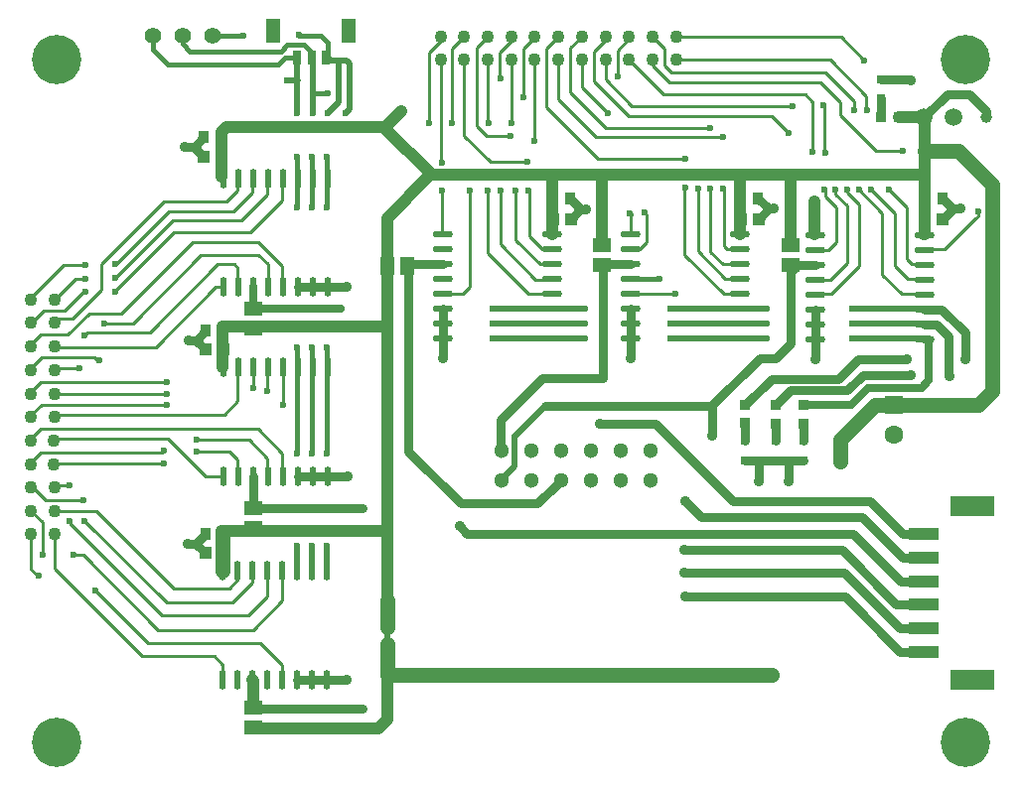
<source format=gtl>
G04*
G04 #@! TF.GenerationSoftware,Altium Limited,Altium Designer,18.1.11 (251)*
G04*
G04 Layer_Physical_Order=1*
G04 Layer_Color=255*
%FSLAX25Y25*%
%MOIN*%
G70*
G01*
G75*
%ADD10C,0.01000*%
%ADD14C,0.01500*%
%ADD16R,0.02362X0.02362*%
%ADD17C,0.03937*%
%ADD18R,0.03740X0.04134*%
%ADD19R,0.03150X0.04724*%
%ADD20R,0.05118X0.08465*%
%ADD21R,0.06102X0.04724*%
%ADD22R,0.04724X0.06102*%
%ADD23R,0.03150X0.03150*%
%ADD24O,0.02165X0.06693*%
%ADD25O,0.06693X0.02165*%
%ADD26R,0.14961X0.07087*%
%ADD27R,0.09843X0.03937*%
%ADD28R,0.04134X0.03937*%
%ADD29R,0.03543X0.03347*%
%ADD30R,0.03347X0.03543*%
%ADD31R,0.02100X0.01600*%
%ADD54C,0.02500*%
%ADD55C,0.02953*%
%ADD56C,0.01575*%
%ADD57C,0.01968*%
%ADD58C,0.03937*%
%ADD59C,0.04921*%
%ADD60C,0.02000*%
%ADD61C,0.02559*%
%ADD62C,0.16535*%
%ADD63C,0.05512*%
%ADD64C,0.05118*%
%ADD65C,0.04331*%
%ADD66C,0.05906*%
%ADD67C,0.06299*%
%ADD68R,0.06299X0.06299*%
%ADD69C,0.03543*%
%ADD70C,0.02362*%
D10*
X276057Y327082D02*
X295257Y346282D01*
X385657Y341582D02*
Y355282D01*
X510750Y321582D02*
X516357D01*
X448457Y407282D02*
Y408082D01*
X444657Y403482D02*
X448457Y407282D01*
X514257Y354482D02*
Y356582D01*
Y354482D02*
X518057Y350682D01*
X467157Y334682D02*
Y357282D01*
X480257Y321582D02*
X485764D01*
X420768Y404093D02*
X424757Y408082D01*
X275657Y322382D02*
X295757Y342482D01*
X332157Y353182D02*
Y360589D01*
X255657Y304682D02*
X256500Y303839D01*
X389098Y404024D02*
X393157Y408082D01*
X389098Y379124D02*
Y404024D01*
X389057Y379082D02*
X389098Y379124D01*
X269089Y300295D02*
X269876Y299508D01*
X251370Y300295D02*
X269089D01*
X247857Y296782D02*
X251370Y300295D01*
X255657Y288882D02*
X256457Y288082D01*
X322157Y296989D02*
X322257Y296889D01*
X251101Y292126D02*
X293216D01*
X247857Y288882D02*
X251101Y292126D01*
X507656Y388583D02*
X510157Y386082D01*
X460156Y388583D02*
X507656D01*
X448457Y400282D02*
X460156Y388583D01*
X401057Y379082D02*
Y400282D01*
Y379082D02*
X401357Y378782D01*
X405357Y338282D02*
Y356482D01*
X393157Y374852D02*
Y400295D01*
X397357Y404382D02*
X401057Y408082D01*
X410457Y339882D02*
Y356482D01*
X332157Y218582D02*
Y228689D01*
X322157Y224617D02*
Y228689D01*
X252678Y252461D02*
X265335D01*
X247857Y257282D02*
X252678Y252461D01*
X315521Y217982D02*
X322157Y224617D01*
X293357Y217982D02*
X315521D01*
X255657Y249382D02*
X256417Y248622D01*
X317047Y225636D02*
Y228642D01*
X314193Y222782D02*
X317047Y225636D01*
X295657Y222782D02*
X314193D01*
X448357Y381382D02*
X496457D01*
X436757Y392982D02*
X448357Y381382D01*
X496457D02*
X501957Y375882D01*
X401927Y366082D02*
X414457D01*
X393157Y374852D02*
X401927Y366082D01*
X327157Y220082D02*
Y228689D01*
X260557Y245482D02*
X260657Y245382D01*
X317157Y285582D02*
Y296989D01*
X332157Y192075D02*
Y196982D01*
X327157Y288982D02*
Y296989D01*
X247857Y248782D02*
Y249382D01*
X262157Y234082D02*
X265257D01*
X255657Y257282D02*
X260757D01*
X260657Y244682D02*
Y245382D01*
X312557Y280982D02*
X317157Y285582D01*
X255657Y280982D02*
X312557D01*
X332257Y284382D02*
Y296889D01*
X265757Y307882D02*
X266757Y308882D01*
X287557D01*
X310257Y331582D01*
X316057D01*
X317157Y330482D01*
Y323975D02*
Y330482D01*
X547364Y336582D02*
X554357D01*
X564757Y346982D01*
X464257Y408082D02*
X519557D01*
X527457Y400182D01*
X535757Y356582D02*
X541757Y350582D01*
Y333382D02*
Y350582D01*
Y333382D02*
X543357Y331782D01*
X547164D01*
X547364Y331582D01*
X456357Y408082D02*
X460357Y404082D01*
Y398482D02*
Y404082D01*
Y398482D02*
X462857Y395982D01*
X464257Y400282D02*
X515957D01*
X537657Y331082D02*
X542157Y326582D01*
X547364D01*
X456357Y398282D02*
Y400282D01*
X510157Y369282D02*
Y386082D01*
X440557Y406982D02*
Y408082D01*
X436757Y403182D02*
X440557Y406982D01*
X444657Y394882D02*
Y403482D01*
X440557Y393682D02*
Y400282D01*
X517757Y355182D02*
Y355982D01*
Y355182D02*
X521557Y351382D01*
X513557Y385082D02*
X514157Y384482D01*
Y369582D02*
Y384482D01*
Y369582D02*
X514257Y369482D01*
Y369082D02*
Y369482D01*
X510950Y336382D02*
X515357D01*
X518057Y339082D01*
Y350682D01*
X428857Y404282D02*
X432657Y408082D01*
X480157Y357082D02*
X480257Y356982D01*
Y337782D02*
Y356982D01*
Y337782D02*
X481357Y336682D01*
X485664D01*
X485764Y336582D01*
X436757Y392982D02*
Y403182D01*
X475857Y335682D02*
Y357182D01*
Y335682D02*
X479957Y331582D01*
X485764D01*
X432657Y391182D02*
Y400282D01*
Y391182D02*
X441357Y382482D01*
X428857Y389282D02*
Y404282D01*
Y389282D02*
X440857Y377282D01*
X475657D01*
X485564Y326782D02*
X485764Y326582D01*
X471557Y336082D02*
Y357082D01*
Y336082D02*
X480857Y326782D01*
X485564D01*
X449150Y341582D02*
Y348389D01*
Y336582D02*
X451957D01*
X454357Y338982D01*
Y348382D01*
X453657Y349082D02*
X454357Y348382D01*
X408957Y406682D02*
Y408182D01*
X405157Y402882D02*
X408957Y406682D01*
X416857Y407882D02*
Y408182D01*
X412957Y403982D02*
X416857Y407882D01*
X412957Y387682D02*
Y403982D01*
X416857Y372982D02*
Y400382D01*
X414757Y356182D02*
X415057Y355882D01*
Y340982D02*
Y355882D01*
Y340982D02*
X419457Y336582D01*
X422664D01*
X410457Y339882D02*
X418757Y331582D01*
X422664D01*
X405357Y338282D02*
X417157Y326482D01*
X422564D01*
X414757Y321582D02*
X422664D01*
X385457Y365982D02*
Y400282D01*
Y365982D02*
X385757Y365682D01*
X385457Y406882D02*
Y408082D01*
X395057Y323982D02*
Y356282D01*
X392657Y321582D02*
X395057Y323982D01*
X386050Y321582D02*
X392657D01*
X332157Y323975D02*
Y330982D01*
X324057Y339082D02*
X332157Y330982D01*
X301957Y339082D02*
X324057D01*
X278057Y315182D02*
X301957Y339082D01*
X313457Y352682D02*
X317157Y356382D01*
Y360589D01*
X247857Y312582D02*
X248557D01*
X265257Y322482D02*
X265757D01*
X295757Y342482D02*
X321457D01*
X332157Y353182D01*
X255657Y320482D02*
X256257D01*
X262557Y326782D01*
X265957D01*
X295257Y346282D02*
X318357D01*
X327157Y355082D01*
Y360589D01*
X247857Y320482D02*
X258657Y331282D01*
X276357Y331782D02*
X294057Y349482D01*
X315857D01*
X322157Y355782D01*
Y360589D01*
X322257Y290182D02*
Y296889D01*
X256457Y288082D02*
X293457D01*
X323806Y248795D02*
X323906Y248695D01*
X381357Y402782D02*
X385457Y406882D01*
X381357Y379082D02*
Y402782D01*
X309750Y323975D02*
X312157D01*
X525557Y356582D02*
X533457Y348682D01*
Y328082D02*
Y348682D01*
Y328082D02*
X539957Y321582D01*
X547364D01*
X516357D02*
X525757Y330982D01*
X510950Y326382D02*
X515957D01*
X521557Y331982D01*
Y351382D01*
X440557Y393682D02*
X449357Y384882D01*
X503457D01*
X438157Y366982D02*
X467357Y367182D01*
X424757Y386982D02*
Y400282D01*
Y386982D02*
X437457Y374282D01*
X480057D01*
X405157Y394082D02*
Y402882D01*
X408957Y380282D02*
Y400382D01*
X397357Y377982D02*
Y404382D01*
Y377982D02*
X400557Y374782D01*
X408757D01*
X408957Y379082D02*
Y380282D01*
X400957Y335382D02*
X414757Y321582D01*
X400957Y335382D02*
Y356282D01*
X467157Y334682D02*
X480257Y321582D01*
X537657Y331082D02*
Y348782D01*
X521657Y355882D02*
X525757Y351782D01*
Y330982D02*
Y351782D01*
X258657Y331282D02*
X265957D01*
X266157D01*
X265257Y234082D02*
X290457Y208882D01*
X322457D01*
X332157Y218582D01*
X260657Y244682D02*
X291657Y213682D01*
X320757D01*
X327157Y220082D01*
X265857Y245482D02*
X293357Y217982D01*
X247857Y248782D02*
X251657Y244982D01*
Y234182D02*
Y244982D01*
X255657Y229382D02*
Y241682D01*
X267257Y315182D02*
X278057D01*
X255657Y312582D02*
X256557Y313482D01*
X261757D01*
X271357Y323082D01*
Y331682D01*
X292357Y352682D01*
X313457D01*
X303357Y268782D02*
X314357D01*
X303357Y272682D02*
X320957D01*
X327157Y266482D01*
X255557Y265182D02*
X255857Y264882D01*
X291857D01*
X314357Y268782D02*
X317157Y265982D01*
Y260375D02*
Y265982D01*
X287157Y204282D02*
X324857D01*
X332157Y196982D01*
X269207Y222232D02*
X287157Y204282D01*
X255657Y229382D02*
X285057Y199982D01*
X309357D01*
X312157Y197182D01*
Y192075D02*
Y197182D01*
X247857Y229182D02*
Y241682D01*
Y229182D02*
X250057Y226982D01*
X250357D01*
X456357Y398282D02*
X461957Y392682D01*
X510657D01*
X512757D01*
X519257Y386182D01*
Y381882D02*
Y386182D01*
Y381882D02*
X531457Y369682D01*
X540457D01*
X255657Y296782D02*
X255857Y296582D01*
X264057D01*
X312064Y260282D02*
X312157Y260375D01*
X265256Y252264D02*
Y252381D01*
X265335Y252461D01*
X256417Y248622D02*
X269816D01*
X295657Y222782D01*
X247757Y273082D02*
X250954Y276279D01*
X323859D01*
X332157Y267982D01*
Y260375D02*
Y267982D01*
X247757Y265182D02*
X251079Y268504D01*
X291679D01*
X292357Y269182D01*
X327157Y260375D02*
Y266482D01*
X247857Y280982D02*
X251257Y284382D01*
X293457D01*
X332157Y296989D02*
X332257Y296889D01*
X248557Y312582D02*
X252116Y316142D01*
X258916D01*
X265257Y322482D01*
X247857Y304682D02*
X251147Y307972D01*
X260047D01*
X267257Y315182D01*
X256500Y303839D02*
X289613D01*
X309750Y323975D01*
X269876Y299508D02*
X270669D01*
X272244Y311910D02*
X281988D01*
X304823Y334744D01*
X324114D01*
X327205Y331653D01*
Y323917D02*
Y331653D01*
X306457Y260282D02*
X312064D01*
X255557Y273082D02*
X293657D01*
X306457Y260282D01*
X420768Y384371D02*
X438157Y366982D01*
X420768Y384371D02*
Y404093D01*
X449050Y321682D02*
X463957D01*
X528051Y384450D02*
Y388187D01*
X515957Y400282D02*
X528051Y388187D01*
X529757Y356682D02*
X537657Y348782D01*
X462857Y395982D02*
X514451D01*
X524114Y386319D01*
Y383465D02*
Y386319D01*
X564757Y346982D02*
X565551Y347776D01*
Y349311D01*
D14*
X358910Y182428D02*
X358957Y182382D01*
D16*
X367421Y205061D02*
D03*
Y208661D02*
D03*
D17*
X372047Y383169D02*
D03*
X568504Y381201D02*
D03*
D18*
X311909Y240945D02*
D03*
X306201D02*
D03*
X423130Y353740D02*
D03*
X428839D02*
D03*
X312008Y309252D02*
D03*
X306299D02*
D03*
X486024Y353740D02*
D03*
X491732D02*
D03*
X311516Y374409D02*
D03*
X305807D02*
D03*
X547933Y353740D02*
D03*
X553642D02*
D03*
D19*
X346831Y401039D02*
D03*
X341931D02*
D03*
X337031D02*
D03*
D20*
X354331Y410039D02*
D03*
X329131D02*
D03*
D21*
X322244Y176181D02*
D03*
Y182874D02*
D03*
X322342Y243209D02*
D03*
Y249902D02*
D03*
X439468Y337992D02*
D03*
Y331299D02*
D03*
X322342Y309941D02*
D03*
Y316634D02*
D03*
X502559Y338090D02*
D03*
Y331398D02*
D03*
D22*
X367323Y331004D02*
D03*
X374016D02*
D03*
D23*
X507087Y272248D02*
D03*
Y265748D02*
D03*
X497539Y272248D02*
D03*
Y265748D02*
D03*
X487500Y272248D02*
D03*
Y265748D02*
D03*
X532874Y387299D02*
D03*
Y393799D02*
D03*
D24*
X312047Y192028D02*
D03*
X317047D02*
D03*
X322047D02*
D03*
X327047D02*
D03*
X332047D02*
D03*
X337047D02*
D03*
X342047D02*
D03*
X347047D02*
D03*
X312047Y228642D02*
D03*
X317047D02*
D03*
X322047D02*
D03*
X327047D02*
D03*
X332047D02*
D03*
X337047D02*
D03*
X342047D02*
D03*
X347047D02*
D03*
X312323Y260433D02*
D03*
X317323D02*
D03*
X322323D02*
D03*
X327323D02*
D03*
X332323D02*
D03*
X337323D02*
D03*
X342323D02*
D03*
X347323D02*
D03*
X312323Y297047D02*
D03*
X317323D02*
D03*
X322323D02*
D03*
X327323D02*
D03*
X332323D02*
D03*
X337323D02*
D03*
X342323D02*
D03*
X347323D02*
D03*
X312205Y323917D02*
D03*
X317205D02*
D03*
X322205D02*
D03*
X327205D02*
D03*
X332205D02*
D03*
X337205D02*
D03*
X342205D02*
D03*
X347205D02*
D03*
X312205Y360531D02*
D03*
X317205D02*
D03*
X322205D02*
D03*
X327205D02*
D03*
X332205D02*
D03*
X337205D02*
D03*
X342205D02*
D03*
X347205D02*
D03*
D25*
X386050Y341582D02*
D03*
Y336582D02*
D03*
Y331582D02*
D03*
Y326582D02*
D03*
Y321582D02*
D03*
Y316582D02*
D03*
Y311582D02*
D03*
Y306582D02*
D03*
X422664Y341582D02*
D03*
Y336582D02*
D03*
Y331582D02*
D03*
Y326582D02*
D03*
Y321582D02*
D03*
Y316582D02*
D03*
Y311582D02*
D03*
Y306582D02*
D03*
X449050Y341682D02*
D03*
Y336682D02*
D03*
Y331682D02*
D03*
Y326682D02*
D03*
Y321682D02*
D03*
Y316682D02*
D03*
Y311682D02*
D03*
Y306682D02*
D03*
X485664Y341682D02*
D03*
Y336682D02*
D03*
Y331682D02*
D03*
Y326682D02*
D03*
Y321682D02*
D03*
Y316682D02*
D03*
Y311682D02*
D03*
Y306682D02*
D03*
X510950Y341382D02*
D03*
Y336382D02*
D03*
Y331382D02*
D03*
Y326382D02*
D03*
Y321382D02*
D03*
Y316382D02*
D03*
Y311382D02*
D03*
Y306382D02*
D03*
X547564Y341382D02*
D03*
Y336382D02*
D03*
Y331382D02*
D03*
Y326382D02*
D03*
Y321382D02*
D03*
Y316382D02*
D03*
Y311382D02*
D03*
Y306382D02*
D03*
D26*
X563644Y250523D02*
D03*
Y192023D02*
D03*
D27*
X547244Y241023D02*
D03*
Y233123D02*
D03*
Y225223D02*
D03*
Y217323D02*
D03*
Y209423D02*
D03*
Y201523D02*
D03*
D28*
X306201Y234842D02*
D03*
X312106D02*
D03*
X428937Y346850D02*
D03*
X423032D02*
D03*
X306299Y303051D02*
D03*
X312205D02*
D03*
X491929Y346850D02*
D03*
X486024D02*
D03*
X305807Y367815D02*
D03*
X311713D02*
D03*
X553642Y346850D02*
D03*
X547736D02*
D03*
D29*
X507087Y284252D02*
D03*
Y278150D02*
D03*
X497539Y284252D02*
D03*
Y278150D02*
D03*
X487500Y284350D02*
D03*
Y278248D02*
D03*
D30*
X532874Y381201D02*
D03*
X538976D02*
D03*
D31*
X367471Y206861D02*
D03*
D54*
X322157Y316882D02*
X351557D01*
X322205Y316930D02*
Y323917D01*
D55*
X322257Y249728D02*
X359057D01*
X322323Y249795D02*
Y260433D01*
X322057Y182428D02*
X358910D01*
X476378Y274016D02*
Y284055D01*
X476476Y284154D01*
X472539Y246752D02*
X526575D01*
X467224Y252067D02*
X472539Y246752D01*
X526575D02*
X540204Y233123D01*
X502557Y329033D02*
X504906Y331382D01*
X405512Y268937D02*
Y279429D01*
X496358Y293209D02*
X518799D01*
X487500Y284350D02*
X496358Y293209D01*
X502559Y289272D02*
X521850D01*
X497539Y284252D02*
X502559Y289272D01*
X521850D02*
X526870Y294291D01*
X303150Y237894D02*
X306201Y240945D01*
X491732Y346752D02*
X491929Y346555D01*
X374457Y268752D02*
Y331482D01*
X439567Y293406D02*
Y331398D01*
X438779Y278051D02*
X457382D01*
X483465Y251969D01*
X529429D01*
X420276Y284154D02*
X476476D01*
X419488Y293406D02*
X439173D01*
X405512Y279429D02*
X419488Y293406D01*
X492323Y300197D02*
X497835D01*
X476378Y284252D02*
X492323Y300197D01*
X476378Y284252D02*
X476476Y284154D01*
X557087Y350295D02*
X559547D01*
X553642Y353740D02*
X557087Y350295D01*
X553642Y346850D02*
X556595Y349803D01*
X495325Y350246D02*
X496998D01*
X491929Y346850D02*
X495325Y350246D01*
X491732Y353740D02*
X495226Y350246D01*
X432480Y350098D02*
X433957D01*
X432185D02*
X432480D01*
X428937Y346850D02*
X432185Y350098D01*
X428839Y353740D02*
X432480Y350098D01*
X303150Y237894D02*
X303150D01*
X300197D02*
X303150D01*
X303150D02*
X306201Y234842D01*
X303150Y306201D02*
X303248D01*
X300689D02*
X303150D01*
X306299Y303051D01*
X303248Y306201D02*
X306299Y309252D01*
X302461Y371161D02*
X302559D01*
X299508D02*
X302461D01*
X305807Y367815D01*
X302559Y371161D02*
X305807Y374409D01*
X547457Y381082D02*
X555253Y388878D01*
X337205Y323917D02*
X342205D01*
X347205D01*
X353740D01*
X386050Y300046D02*
Y306582D01*
Y311582D01*
Y316582D01*
X449050Y300147D02*
Y306682D01*
Y311682D01*
Y316682D01*
X510950Y299847D02*
Y306382D01*
Y311382D01*
Y316382D01*
X347323Y260433D02*
X353858D01*
X342323D02*
X347323D01*
X337323D02*
X342323D01*
X347047Y192028D02*
X353583D01*
X342047D02*
X347047D01*
X337047D02*
X342047D01*
X504906Y331382D02*
X510950D01*
X439851Y331682D02*
X449050D01*
X439567Y331398D02*
X439851Y331682D01*
X374557Y331582D02*
X386050D01*
X374457Y331482D02*
X374557Y331582D01*
X374457Y268752D02*
X391929Y251279D01*
X417854D01*
X424457Y257882D01*
X539639Y225223D02*
X547244D01*
X467126Y228150D02*
X520768D01*
X539495Y209423D01*
X547244D01*
X467323Y220079D02*
X520965D01*
X539521Y201523D01*
X547244D01*
X540204Y233123D02*
X547244D01*
X540375Y241023D02*
X547244D01*
X532874Y381004D02*
Y387299D01*
Y393799D02*
X542815D01*
X543110Y393504D01*
X555253Y388878D02*
X562795D01*
X568504Y383169D01*
Y381201D02*
Y383169D01*
X496998Y350246D02*
X497047Y350295D01*
X433957Y350098D02*
X433957Y350098D01*
X299508Y371161D02*
X299557Y371112D01*
X300689Y306201D02*
X300738Y306152D01*
X300197Y237894D02*
X300197Y237894D01*
X428937Y346654D02*
Y346850D01*
X553642Y346555D02*
Y346850D01*
X502557Y304919D02*
Y329033D01*
X497835Y300197D02*
X502557Y304919D01*
X507087Y272248D02*
Y278150D01*
Y272248D02*
X507087Y272248D01*
X497539Y272248D02*
Y278150D01*
Y272248D02*
X497539Y272248D01*
X487500D02*
Y278248D01*
Y265748D02*
X492520D01*
X497539D01*
X547564Y311382D02*
X551807D01*
X555807Y307382D01*
Y294193D02*
Y307382D01*
Y294193D02*
X556004Y293996D01*
X526870Y294291D02*
X542913D01*
X547564Y316382D02*
X553500D01*
X525394Y299803D02*
X541831D01*
X518799Y293209D02*
X525394Y299803D01*
X553500Y316382D02*
X561221Y308661D01*
Y299803D02*
Y308661D01*
X492126Y258760D02*
Y265354D01*
X492520Y265748D01*
X502067Y258760D02*
Y265502D01*
X502313Y265748D01*
X497539D02*
X502313D01*
X507087D01*
X523721Y241142D02*
X539639Y225223D01*
X467028Y235630D02*
X519882D01*
X538189Y217323D01*
X547244D01*
X529429Y251969D02*
X540375Y241023D01*
X391535Y243701D02*
X394094Y241142D01*
X523721D01*
D56*
X342257Y399982D02*
Y402382D01*
X342157Y350682D02*
Y367682D01*
Y268182D02*
Y303782D01*
X333825Y405282D02*
X339357D01*
X331693Y403150D02*
X333825Y405282D01*
X301189Y403150D02*
X331693D01*
X298557Y405782D02*
X301189Y403150D01*
X333169Y401182D02*
X337157D01*
X330806Y398819D02*
X333169Y401182D01*
X293620Y398819D02*
X330806D01*
X288557Y403882D02*
X293620Y398819D01*
X448857Y348682D02*
X449150Y348389D01*
Y326582D02*
X458657D01*
X288557Y403882D02*
Y408482D01*
X298557Y405782D02*
Y408482D01*
X308557D02*
X319057D01*
X337657D02*
X344957D01*
X337557Y408582D02*
X337657Y408482D01*
X339357Y405282D02*
X342257Y402382D01*
X322157Y316882D02*
X322205Y316930D01*
X337157Y268182D02*
Y303782D01*
Y350682D02*
Y367682D01*
X347357Y401082D02*
Y406082D01*
X344957Y408482D02*
X347357Y406082D01*
X347157Y268182D02*
Y303782D01*
Y350682D02*
Y367682D01*
X342420Y389076D02*
X347357D01*
D57*
X337157Y382382D02*
Y401182D01*
X405118Y258707D02*
X410181Y263770D01*
Y274059D01*
X410236Y274114D01*
X420276Y284154D01*
X342257Y382382D02*
Y399982D01*
X353757Y400082D02*
X354857Y398982D01*
X351157Y400082D02*
X353757D01*
X333557Y393482D02*
X337227D01*
X337303Y393406D01*
X342323Y389173D02*
X342420Y389076D01*
D58*
X322057Y175735D02*
X364510D01*
X311811Y241982D02*
X367357D01*
X312157Y303051D02*
Y310636D01*
Y296989D02*
Y303051D01*
X311811Y360935D02*
Y376182D01*
X312111Y310682D02*
X367357D01*
Y347180D01*
X422664Y341582D02*
Y361075D01*
X485764Y341582D02*
Y361789D01*
X547364Y341582D02*
X547557Y341775D01*
Y369882D01*
X538976Y381082D02*
X547457D01*
X547557Y369882D02*
Y381082D01*
X367357Y347180D02*
X381102Y360925D01*
X367357Y178582D02*
Y193799D01*
X382357Y361582D02*
X422157D01*
X366760Y377882D02*
X372047Y383169D01*
X366057Y377882D02*
X366760D01*
X485764Y361789D02*
X485857Y361882D01*
X422157Y361582D02*
X422364Y361789D01*
X422157Y361582D02*
X422664Y361075D01*
X313511Y377882D02*
X366057D01*
X311811Y376182D02*
X313511Y377882D01*
X510657Y341675D02*
Y352682D01*
Y341675D02*
X510750Y341582D01*
X422364Y361789D02*
X439157D01*
X485764D01*
X439457Y338282D02*
Y361489D01*
X439157Y361789D02*
X439457Y361489D01*
X502557Y338728D02*
Y361882D01*
X485857D02*
X502557D01*
X546757D01*
X364510Y175735D02*
X367357Y178582D01*
X312111Y310682D02*
X312157Y310636D01*
X366057Y377882D02*
X382357Y361582D01*
X367357Y241982D02*
Y310682D01*
X311811Y241982D02*
X312157Y241636D01*
X322244Y182874D02*
Y191831D01*
X322047Y192028D02*
X322244Y191831D01*
X367357Y218682D02*
Y241982D01*
D59*
X312047Y228642D02*
Y240807D01*
X367421Y193864D02*
Y203937D01*
X367357Y193799D02*
X367421Y193864D01*
X367455Y193701D02*
X496358D01*
X367357Y193799D02*
X367455Y193701D01*
X311909Y240945D02*
X312047Y240807D01*
X558957Y369882D02*
X570472Y358366D01*
X547557Y369882D02*
X558957D01*
X537403Y284431D02*
X565828D01*
X570472Y289075D01*
Y358366D01*
X531183Y284431D02*
X537403D01*
X519390Y272638D02*
X531183Y284431D01*
X519390Y265354D02*
Y272638D01*
X367357Y209842D02*
Y218682D01*
D60*
X462357Y316582D02*
X494557D01*
X462357Y311582D02*
X494557D01*
X462357Y306582D02*
X494557D01*
X347157Y228689D02*
Y237182D01*
X342157Y228689D02*
Y237182D01*
X337157Y228689D02*
Y237182D01*
X402557Y311582D02*
X422664D01*
X402557Y306582D02*
X422664D01*
X402557Y316582D02*
X422664D01*
Y311582D02*
X433257D01*
X433557Y311882D01*
X523257Y311582D02*
X547364D01*
X422664Y306582D02*
X433257D01*
X433557Y306882D01*
X523257Y306582D02*
X547364D01*
X422664Y316582D02*
X433257D01*
X433557Y316882D01*
X523257Y316582D02*
X547364D01*
X347357Y401082D02*
X348357Y400082D01*
X354857Y383882D02*
Y398982D01*
X353357Y382382D02*
X354857Y383882D01*
X347357Y382382D02*
X351157Y386182D01*
Y400082D01*
X348357D02*
X351157D01*
D61*
X549114Y292618D02*
Y306382D01*
X507087Y284252D02*
X522933D01*
X547564Y306382D02*
X549114D01*
X522933Y284252D02*
X528740Y290059D01*
X546555D01*
X549114Y292618D01*
D62*
X256398Y400484D02*
D03*
X561516Y400483D02*
D03*
X256398Y170971D02*
D03*
X561516Y170971D02*
D03*
D63*
X308557Y408482D02*
D03*
X298557D02*
D03*
X288557D02*
D03*
D64*
X405571Y259101D02*
D03*
Y269101D02*
D03*
X415571D02*
D03*
Y259101D02*
D03*
X425571D02*
D03*
Y269101D02*
D03*
X435571D02*
D03*
Y259101D02*
D03*
X445571D02*
D03*
Y269101D02*
D03*
X455571D02*
D03*
Y259101D02*
D03*
D65*
X464233Y400295D02*
D03*
X456333D02*
D03*
X440533D02*
D03*
X448433D02*
D03*
X432633D02*
D03*
X424733D02*
D03*
X408933Y400395D02*
D03*
X416833D02*
D03*
X401033Y400295D02*
D03*
X393133D02*
D03*
X385433D02*
D03*
Y408095D02*
D03*
X393133D02*
D03*
X401033D02*
D03*
X416833Y408195D02*
D03*
X408933D02*
D03*
X424733Y408095D02*
D03*
X432633D02*
D03*
X448433D02*
D03*
X440533D02*
D03*
X456333D02*
D03*
X464233D02*
D03*
X247810Y319843D02*
D03*
Y311943D02*
D03*
Y296143D02*
D03*
Y304043D02*
D03*
Y288243D02*
D03*
Y280343D02*
D03*
X247710Y264543D02*
D03*
Y272443D02*
D03*
X247810Y256643D02*
D03*
Y248743D02*
D03*
Y241043D02*
D03*
X255610D02*
D03*
Y248743D02*
D03*
Y256643D02*
D03*
X255510Y272443D02*
D03*
Y264543D02*
D03*
X255610Y280343D02*
D03*
Y288243D02*
D03*
Y304043D02*
D03*
Y296143D02*
D03*
Y311943D02*
D03*
Y319843D02*
D03*
D66*
X547512Y381015D02*
D03*
X557512D02*
D03*
D67*
X537403Y274431D02*
D03*
D68*
Y284431D02*
D03*
D69*
X476378Y274016D02*
D03*
X438779Y278051D02*
D03*
X439173Y293406D02*
D03*
X559547Y350295D02*
D03*
X353740Y323917D02*
D03*
X386050Y300046D02*
D03*
X449050Y300147D02*
D03*
X510950Y299847D02*
D03*
X353858Y260433D02*
D03*
X353583Y192028D02*
D03*
X467224Y252067D02*
D03*
X467126Y228150D02*
D03*
X467323Y220079D02*
D03*
X543110Y393504D02*
D03*
X497047Y350295D02*
D03*
X433957Y350098D02*
D03*
X299508Y371161D02*
D03*
X300689Y306201D02*
D03*
X300197Y237894D02*
D03*
X496358Y193701D02*
D03*
X556004Y293996D02*
D03*
X542913Y294291D02*
D03*
X541831Y299803D02*
D03*
X561221D02*
D03*
X502067Y258760D02*
D03*
X492126D02*
D03*
X467028Y235630D02*
D03*
X519390Y265354D02*
D03*
X391535Y243701D02*
D03*
D70*
X327157Y288982D02*
D03*
X251657Y234182D02*
D03*
X262157Y234082D02*
D03*
X260757Y257282D02*
D03*
X265857Y245482D02*
D03*
X260757D02*
D03*
X292357Y269182D02*
D03*
X293457Y284382D02*
D03*
X332257D02*
D03*
X264057Y296582D02*
D03*
X265757Y307882D02*
D03*
X510157Y369282D02*
D03*
X510657Y352682D02*
D03*
X540457Y369682D02*
D03*
X527457Y400182D02*
D03*
X535757Y356582D02*
D03*
X529757D02*
D03*
X444657Y394882D02*
D03*
X525557Y356582D02*
D03*
X521657D02*
D03*
X501957Y375882D02*
D03*
X517757Y356582D02*
D03*
X513557Y385082D02*
D03*
X514257Y369082D02*
D03*
X513957Y356582D02*
D03*
X480057Y374282D02*
D03*
X480157Y357182D02*
D03*
X475657Y377282D02*
D03*
X475857Y357182D02*
D03*
X441357Y382482D02*
D03*
X471557Y357182D02*
D03*
X467357Y367182D02*
D03*
X448857Y348682D02*
D03*
X453657Y349082D02*
D03*
X463957Y321682D02*
D03*
X458657Y326582D02*
D03*
X416757Y372982D02*
D03*
X414757Y356282D02*
D03*
X414457Y366082D02*
D03*
X410457Y356282D02*
D03*
X405357D02*
D03*
X400957D02*
D03*
X385757Y365682D02*
D03*
X385657Y356282D02*
D03*
X395057D02*
D03*
X265957Y322482D02*
D03*
X276057Y322382D02*
D03*
X265957Y326782D02*
D03*
X276057Y327082D02*
D03*
X265957Y331282D02*
D03*
X276057Y331782D02*
D03*
X322257Y290182D02*
D03*
X293457Y288082D02*
D03*
Y291977D02*
D03*
X359057Y249582D02*
D03*
X358957Y182382D02*
D03*
X351557Y316882D02*
D03*
X342157Y367682D02*
D03*
X337157D02*
D03*
X347157D02*
D03*
X347357Y382382D02*
D03*
X342257D02*
D03*
X347157Y237182D02*
D03*
Y268182D02*
D03*
Y303782D02*
D03*
Y350682D02*
D03*
X342157Y237182D02*
D03*
Y268182D02*
D03*
Y303782D02*
D03*
Y350682D02*
D03*
X337157Y237182D02*
D03*
Y268182D02*
D03*
Y303782D02*
D03*
Y350682D02*
D03*
X402557Y311582D02*
D03*
Y306582D02*
D03*
Y316582D02*
D03*
X462357Y311582D02*
D03*
X433557Y311882D02*
D03*
X494557Y311582D02*
D03*
X523257D02*
D03*
X462357Y306582D02*
D03*
X433557Y306882D02*
D03*
X494557Y306582D02*
D03*
X523257D02*
D03*
X462357Y316582D02*
D03*
X433557Y316882D02*
D03*
X494557Y316582D02*
D03*
X523257D02*
D03*
X337557Y408582D02*
D03*
X319057Y408482D02*
D03*
X353357Y382382D02*
D03*
X347357Y389076D02*
D03*
X503457Y384882D02*
D03*
X405207Y394032D02*
D03*
X412957Y387682D02*
D03*
X408757Y374782D02*
D03*
X401357Y379082D02*
D03*
X389057D02*
D03*
X408957D02*
D03*
X381357D02*
D03*
X467357Y357282D02*
D03*
X333557Y393482D02*
D03*
X337157Y382382D02*
D03*
X303357Y268782D02*
D03*
Y272682D02*
D03*
X292357Y264882D02*
D03*
X269207Y222232D02*
D03*
X250357Y226982D02*
D03*
X265256Y252264D02*
D03*
X270669Y299508D02*
D03*
X272244Y311910D02*
D03*
X528199Y383563D02*
D03*
X524114Y383465D02*
D03*
X565551Y349311D02*
D03*
M02*

</source>
